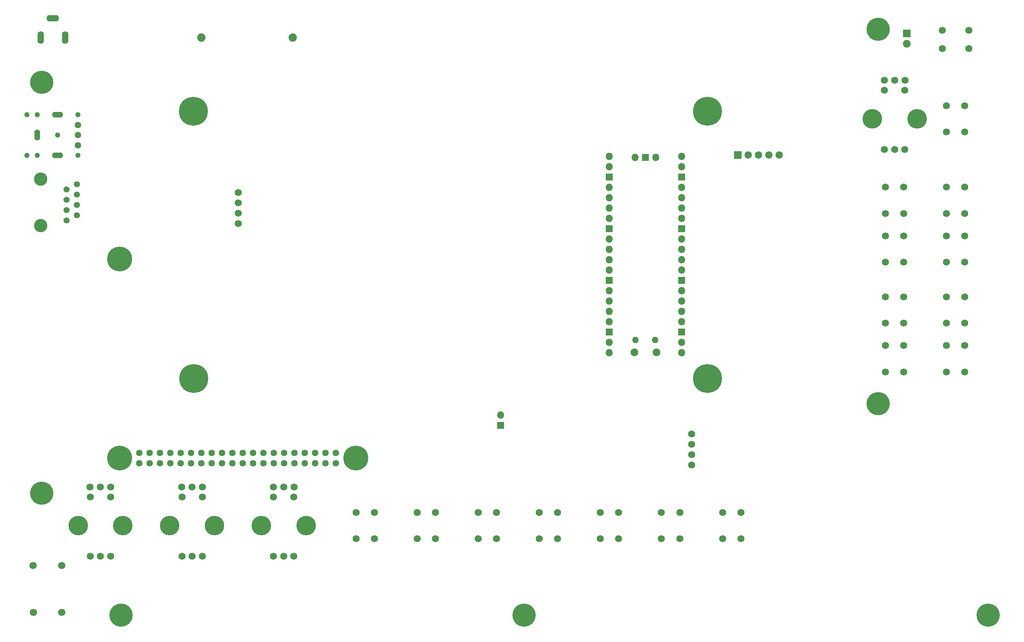
<source format=gbr>
%TF.GenerationSoftware,KiCad,Pcbnew,(5.1.6)-1*%
%TF.CreationDate,2021-02-21T00:16:36+01:00*%
%TF.ProjectId,pihpsdr Controller,70696870-7364-4722-9043-6f6e74726f6c,rev?*%
%TF.SameCoordinates,Original*%
%TF.FileFunction,Soldermask,Top*%
%TF.FilePolarity,Negative*%
%FSLAX46Y46*%
G04 Gerber Fmt 4.6, Leading zero omitted, Abs format (unit mm)*
G04 Created by KiCad (PCBNEW (5.1.6)-1) date 2021-02-21 00:16:36*
%MOMM*%
%LPD*%
G01*
G04 APERTURE LIST*
%ADD10C,1.750000*%
%ADD11C,1.800000*%
%ADD12O,1.608000X3.116000*%
%ADD13O,3.116000X1.608000*%
%ADD14C,1.825000*%
%ADD15R,1.825000X1.825000*%
%ADD16O,2.716000X1.408000*%
%ADD17C,1.608000*%
%ADD18O,1.408000X2.716000*%
%ADD19C,1.300000*%
%ADD20C,6.100000*%
%ADD21C,1.609000*%
%ADD22C,3.270000*%
%ADD23C,1.500000*%
%ADD24C,2.050000*%
%ADD25C,4.808000*%
%ADD26O,1.800000X1.800000*%
%ADD27R,1.800000X1.800000*%
%ADD28O,1.600000X1.600000*%
%ADD29O,1.900000X1.900000*%
%ADD30C,5.700000*%
%ADD31C,7.100000*%
%ADD32C,1.900000*%
%ADD33R,1.900000X1.900000*%
G04 APERTURE END LIST*
D10*
%TO.C,SW16*%
X202250000Y-138750000D03*
X202250000Y-145250000D03*
X197750000Y-138750000D03*
X197750000Y-145250000D03*
%TD*%
%TO.C,SW15*%
X187250000Y-138750000D03*
X187250000Y-145250000D03*
X182750000Y-138750000D03*
X182750000Y-145250000D03*
%TD*%
%TO.C,SW14*%
X172250000Y-138750000D03*
X172250000Y-145250000D03*
X167750000Y-138750000D03*
X167750000Y-145250000D03*
%TD*%
%TO.C,SW13*%
X157250000Y-138750000D03*
X157250000Y-145250000D03*
X152750000Y-138750000D03*
X152750000Y-145250000D03*
%TD*%
%TO.C,SW12*%
X142250000Y-138750000D03*
X142250000Y-145250000D03*
X137750000Y-138750000D03*
X137750000Y-145250000D03*
%TD*%
%TO.C,SW11*%
X127250000Y-138750000D03*
X127250000Y-145250000D03*
X122750000Y-138750000D03*
X122750000Y-145250000D03*
%TD*%
%TO.C,SW10*%
X112250000Y-138750000D03*
X112250000Y-145250000D03*
X107750000Y-138750000D03*
X107750000Y-145250000D03*
%TD*%
%TO.C,SW9*%
X252750000Y-104250000D03*
X252750000Y-97750000D03*
X257250000Y-104250000D03*
X257250000Y-97750000D03*
%TD*%
%TO.C,SW8*%
X237750000Y-104250000D03*
X237750000Y-97750000D03*
X242250000Y-104250000D03*
X242250000Y-97750000D03*
%TD*%
%TO.C,SW7*%
X252750000Y-92250000D03*
X252750000Y-85750000D03*
X257250000Y-92250000D03*
X257250000Y-85750000D03*
%TD*%
%TO.C,SW6*%
X237750000Y-92250000D03*
X237750000Y-85750000D03*
X242250000Y-92250000D03*
X242250000Y-85750000D03*
%TD*%
%TO.C,SW5*%
X252750000Y-77250000D03*
X252750000Y-70750000D03*
X257250000Y-77250000D03*
X257250000Y-70750000D03*
%TD*%
%TO.C,SW4*%
X237750000Y-77250000D03*
X237750000Y-70750000D03*
X242250000Y-77250000D03*
X242250000Y-70750000D03*
%TD*%
%TO.C,SW3*%
X252750000Y-65250000D03*
X252750000Y-58750000D03*
X257250000Y-65250000D03*
X257250000Y-58750000D03*
%TD*%
%TO.C,SW2*%
X237750000Y-65250000D03*
X237750000Y-58750000D03*
X242250000Y-65250000D03*
X242250000Y-58750000D03*
%TD*%
%TO.C,SW1*%
X252750000Y-45250000D03*
X252750000Y-38750000D03*
X257250000Y-45250000D03*
X257250000Y-38750000D03*
%TD*%
%TO.C,SW0*%
X258250000Y-24750000D03*
X251750000Y-24750000D03*
X258250000Y-20250000D03*
X251750000Y-20250000D03*
%TD*%
D11*
%TO.C,J9*%
X28489000Y-151800000D03*
X35489000Y-151800000D03*
%TD*%
D12*
%TO.C,J8*%
X36300000Y-22000000D03*
X30300000Y-22000000D03*
D13*
X33300000Y-17300000D03*
%TD*%
D14*
%TO.C,J6*%
X211690000Y-50890000D03*
X209150000Y-50890000D03*
X206610000Y-50890000D03*
X204070000Y-50890000D03*
D15*
X201530000Y-50890000D03*
%TD*%
D11*
%TO.C,J5*%
X28500000Y-163300000D03*
X35500000Y-163300000D03*
%TD*%
D16*
%TO.C,J4*%
X34461500Y-51000500D03*
X34461500Y-41000500D03*
D17*
X39461500Y-43500500D03*
X39461500Y-46000500D03*
X39461500Y-48500500D03*
D18*
X29461500Y-46000500D03*
D19*
X39461500Y-51000500D03*
X39461500Y-41000500D03*
X34461500Y-46000500D03*
X29461500Y-51000500D03*
X26961500Y-51000500D03*
X29461500Y-41000500D03*
X26961500Y-41000500D03*
%TD*%
D20*
%TO.C,J3*%
X49670000Y-76430000D03*
X107670000Y-125430000D03*
X49670000Y-125430000D03*
D21*
X102800000Y-124160000D03*
X100260000Y-124160000D03*
X97720000Y-124160000D03*
X95180000Y-124160000D03*
X92640000Y-124160000D03*
X90100000Y-124160000D03*
X87560000Y-124160000D03*
X85020000Y-124160000D03*
X82480000Y-124160000D03*
X79940000Y-124160000D03*
X77400000Y-124160000D03*
X74860000Y-124160000D03*
X72320000Y-124160000D03*
X69780000Y-124160000D03*
X67240000Y-124160000D03*
X64700000Y-124160000D03*
X62160000Y-124160000D03*
X59620000Y-124160000D03*
X57080000Y-124160000D03*
X54540000Y-124160000D03*
X102800000Y-126700000D03*
X100260000Y-126700000D03*
X97720000Y-126700000D03*
X95180000Y-126700000D03*
X92640000Y-126700000D03*
X90100000Y-126700000D03*
X87560000Y-126700000D03*
X85020000Y-126700000D03*
X82480000Y-126700000D03*
X79940000Y-126700000D03*
X77400000Y-126700000D03*
X74860000Y-126700000D03*
X72320000Y-126700000D03*
X69780000Y-126700000D03*
X67240000Y-126700000D03*
X64700000Y-126700000D03*
X62160000Y-126700000D03*
X59620000Y-126700000D03*
X57080000Y-126700000D03*
X54540000Y-126700000D03*
%TD*%
D10*
%TO.C,J2*%
X78848000Y-60161000D03*
X78848000Y-62701000D03*
X78848000Y-65241000D03*
X78848000Y-67781000D03*
%TD*%
D22*
%TO.C,J1*%
X30350000Y-56840000D03*
X30350000Y-68270000D03*
D23*
X39240000Y-58110000D03*
X36700000Y-59380000D03*
X39240000Y-60650000D03*
X36700000Y-61920000D03*
X39240000Y-63190000D03*
X36700000Y-64460000D03*
X39240000Y-65730000D03*
X36700000Y-67000000D03*
%TD*%
D24*
%TO.C,F1*%
X69740500Y-22061000D03*
X92240500Y-22061000D03*
%TD*%
D25*
%TO.C,ENC5*%
X245500000Y-42000000D03*
X234500000Y-42000000D03*
D10*
X242500000Y-35000000D03*
X237500000Y-35000000D03*
X240000000Y-32500000D03*
X240000000Y-49500000D03*
X242540000Y-32500000D03*
X242500000Y-49500000D03*
X237460000Y-32500000D03*
X237500000Y-49500000D03*
%TD*%
D25*
%TO.C,ENC4*%
X95500000Y-142000000D03*
X84500000Y-142000000D03*
D10*
X92500000Y-135000000D03*
X87500000Y-135000000D03*
X90000000Y-132500000D03*
X90000000Y-149500000D03*
X92540000Y-132500000D03*
X92500000Y-149500000D03*
X87460000Y-132500000D03*
X87500000Y-149500000D03*
%TD*%
D25*
%TO.C,ENC3*%
X73000000Y-142000000D03*
X62000000Y-142000000D03*
D10*
X70000000Y-135000000D03*
X65000000Y-135000000D03*
X67500000Y-132500000D03*
X67500000Y-149500000D03*
X70040000Y-132500000D03*
X70000000Y-149500000D03*
X64960000Y-132500000D03*
X65000000Y-149500000D03*
%TD*%
D25*
%TO.C,ENC2*%
X50500000Y-142000000D03*
X39500000Y-142000000D03*
D10*
X47500000Y-135000000D03*
X42500000Y-135000000D03*
X45000000Y-132500000D03*
X45000000Y-149500000D03*
X47540000Y-132500000D03*
X47500000Y-149500000D03*
X42460000Y-132500000D03*
X42500000Y-149500000D03*
%TD*%
%TO.C,ENC1*%
X190147000Y-127090000D03*
X190147000Y-124550000D03*
X190147000Y-122010000D03*
X190147000Y-119470000D03*
%TD*%
D26*
%TO.C,J7*%
X143300500Y-114834500D03*
D27*
X143300500Y-117374500D03*
%TD*%
D26*
%TO.C,IC8*%
X181337000Y-51501000D03*
D27*
X178797000Y-51501000D03*
D26*
X176257000Y-51501000D03*
D28*
X181222000Y-96371000D03*
X176372000Y-96371000D03*
D29*
X181522000Y-99401000D03*
X176072000Y-99401000D03*
D26*
X187687000Y-99531000D03*
X187687000Y-96991000D03*
D27*
X187687000Y-94451000D03*
D26*
X187687000Y-91911000D03*
X187687000Y-89371000D03*
X187687000Y-86831000D03*
X187687000Y-84291000D03*
D27*
X187687000Y-81751000D03*
D26*
X187687000Y-79211000D03*
X187687000Y-76671000D03*
X187687000Y-74131000D03*
X187687000Y-71591000D03*
D27*
X187687000Y-69051000D03*
D26*
X187687000Y-66511000D03*
X187687000Y-63971000D03*
X187687000Y-61431000D03*
X187687000Y-58891000D03*
D27*
X187687000Y-56351000D03*
D26*
X187687000Y-53811000D03*
X187687000Y-51271000D03*
X169907000Y-51271000D03*
X169907000Y-53811000D03*
D27*
X169907000Y-56351000D03*
D26*
X169907000Y-58891000D03*
X169907000Y-61431000D03*
X169907000Y-63971000D03*
X169907000Y-66511000D03*
D27*
X169907000Y-69051000D03*
D26*
X169907000Y-71591000D03*
X169907000Y-74131000D03*
X169907000Y-76671000D03*
X169907000Y-79211000D03*
D27*
X169907000Y-81751000D03*
D26*
X169907000Y-84291000D03*
X169907000Y-86831000D03*
X169907000Y-89371000D03*
X169907000Y-91911000D03*
D27*
X169907000Y-94451000D03*
D26*
X169907000Y-96991000D03*
X169907000Y-99531000D03*
%TD*%
D30*
%TO.C,H11*%
X236000000Y-112000000D03*
%TD*%
%TO.C,H9*%
X30600000Y-134000000D03*
%TD*%
D31*
%TO.C,H4*%
X194100000Y-105820000D03*
%TD*%
%TO.C,H3*%
X67900000Y-105800000D03*
%TD*%
%TO.C,H2*%
X194100000Y-40170000D03*
%TD*%
%TO.C,H1*%
X67851080Y-40158500D03*
%TD*%
D30*
%TO.C,H10*%
X149000000Y-164000000D03*
%TD*%
%TO.C,H8*%
X263000000Y-164000000D03*
%TD*%
%TO.C,H7*%
X50000000Y-164000000D03*
%TD*%
%TO.C,H6*%
X236000000Y-20000000D03*
%TD*%
%TO.C,H5*%
X30600000Y-33000000D03*
%TD*%
D32*
%TO.C,D1*%
X243000000Y-23585000D03*
D33*
X243000000Y-21045000D03*
%TD*%
M02*

</source>
